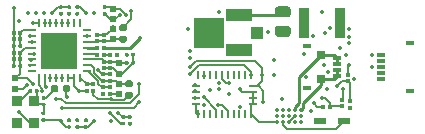
<source format=gbr>
G04 #@! TF.GenerationSoftware,KiCad,Pcbnew,(5.1.12)-1*
G04 #@! TF.CreationDate,2024-03-07T16:38:44+08:00*
G04 #@! TF.ProjectId,CM2_MesoScope,434d325f-4d65-4736-9f53-636f70652e6b,rev?*
G04 #@! TF.SameCoordinates,Original*
G04 #@! TF.FileFunction,Copper,L1,Top*
G04 #@! TF.FilePolarity,Positive*
%FSLAX46Y46*%
G04 Gerber Fmt 4.6, Leading zero omitted, Abs format (unit mm)*
G04 Created by KiCad (PCBNEW (5.1.12)-1) date 2024-03-07 16:38:44*
%MOMM*%
%LPD*%
G01*
G04 APERTURE LIST*
G04 #@! TA.AperFunction,SMDPad,CuDef*
%ADD10R,0.800000X0.400000*%
G04 #@! TD*
G04 #@! TA.AperFunction,SMDPad,CuDef*
%ADD11R,0.800000X0.300000*%
G04 #@! TD*
G04 #@! TA.AperFunction,SMDPad,CuDef*
%ADD12R,0.340000X0.310000*%
G04 #@! TD*
G04 #@! TA.AperFunction,SMDPad,CuDef*
%ADD13R,0.310000X0.340000*%
G04 #@! TD*
G04 #@! TA.AperFunction,SMDPad,CuDef*
%ADD14R,0.630000X0.580000*%
G04 #@! TD*
G04 #@! TA.AperFunction,SMDPad,CuDef*
%ADD15R,0.750000X0.750000*%
G04 #@! TD*
G04 #@! TA.AperFunction,SMDPad,CuDef*
%ADD16C,0.350000*%
G04 #@! TD*
G04 #@! TA.AperFunction,SMDPad,CuDef*
%ADD17R,2.500000X2.500000*%
G04 #@! TD*
G04 #@! TA.AperFunction,SMDPad,CuDef*
%ADD18R,0.260000X0.680000*%
G04 #@! TD*
G04 #@! TA.AperFunction,SMDPad,CuDef*
%ADD19R,0.680000X0.260000*%
G04 #@! TD*
G04 #@! TA.AperFunction,SMDPad,CuDef*
%ADD20R,3.100000X3.100000*%
G04 #@! TD*
G04 #@! TA.AperFunction,SMDPad,CuDef*
%ADD21R,2.200000X1.050000*%
G04 #@! TD*
G04 #@! TA.AperFunction,SMDPad,CuDef*
%ADD22R,1.050000X1.000000*%
G04 #@! TD*
G04 #@! TA.AperFunction,SMDPad,CuDef*
%ADD23R,1.060000X0.540000*%
G04 #@! TD*
G04 #@! TA.AperFunction,SMDPad,CuDef*
%ADD24R,0.830000X0.880000*%
G04 #@! TD*
G04 #@! TA.AperFunction,SMDPad,CuDef*
%ADD25R,0.675000X0.254000*%
G04 #@! TD*
G04 #@! TA.AperFunction,SMDPad,CuDef*
%ADD26R,0.254000X0.675000*%
G04 #@! TD*
G04 #@! TA.AperFunction,SMDPad,CuDef*
%ADD27R,0.870000X2.620000*%
G04 #@! TD*
G04 #@! TA.AperFunction,ViaPad*
%ADD28C,0.350000*%
G04 #@! TD*
G04 #@! TA.AperFunction,Conductor*
%ADD29C,0.152400*%
G04 #@! TD*
G04 #@! TA.AperFunction,Conductor*
%ADD30C,0.254000*%
G04 #@! TD*
G04 #@! TA.AperFunction,Conductor*
%ADD31C,0.101600*%
G04 #@! TD*
G04 APERTURE END LIST*
D10*
X131505500Y-111065080D03*
D11*
X129005500Y-114101080D03*
X129005500Y-112601080D03*
X129005500Y-113101080D03*
X129005500Y-113601080D03*
D10*
X131505500Y-115101080D03*
D11*
X129005500Y-112093080D03*
D10*
X122809800Y-111339460D03*
D11*
X125309800Y-112839460D03*
X125309800Y-113339460D03*
X125309800Y-113839460D03*
X125309800Y-112339460D03*
D10*
X122809800Y-114839460D03*
D12*
X126455340Y-116557240D03*
X126455340Y-116007240D03*
X126290240Y-114294100D03*
X126290240Y-113744100D03*
X125756840Y-115882780D03*
X125756840Y-116432780D03*
D13*
X124721880Y-116437180D03*
X124171880Y-116437180D03*
D14*
X106844040Y-115416620D03*
X106844040Y-114526620D03*
X106818640Y-113648020D03*
X106818640Y-112758020D03*
X106336040Y-110752420D03*
X106336040Y-109862420D03*
X106351240Y-109050620D03*
X106351240Y-108160620D03*
X98096240Y-114943420D03*
X98096240Y-114053420D03*
D15*
X123966140Y-112042980D03*
X123968680Y-114110540D03*
D16*
X120268660Y-116744900D03*
X120768660Y-116744900D03*
X121268660Y-116744900D03*
X121768660Y-116744900D03*
X122268660Y-116744900D03*
X120268660Y-117244900D03*
X120768660Y-117244900D03*
X121268660Y-117244900D03*
X121768660Y-117244900D03*
X122268660Y-117244900D03*
X120268660Y-117744900D03*
X120768660Y-117744900D03*
X121268660Y-117744900D03*
X121768660Y-117744900D03*
X122268660Y-117744900D03*
D17*
X114476860Y-110222640D03*
D18*
X100054640Y-114039420D03*
X100554640Y-114039420D03*
X101054640Y-114039420D03*
X101554640Y-114039420D03*
X102054640Y-114039420D03*
X102554640Y-114039420D03*
X103054640Y-114039420D03*
X103554640Y-114039420D03*
D19*
X104139640Y-113454420D03*
X104139640Y-112954420D03*
X104139640Y-112454420D03*
X104139640Y-111954420D03*
X104139640Y-111454420D03*
X104139640Y-110954420D03*
X104139640Y-110454420D03*
X104139640Y-109954420D03*
D18*
X103554640Y-109369420D03*
X103054640Y-109369420D03*
X102554640Y-109369420D03*
X102054640Y-109369420D03*
X101554640Y-109369420D03*
X101054640Y-109369420D03*
X100554640Y-109369420D03*
X100054640Y-109369420D03*
D19*
X99469640Y-109954420D03*
X99469640Y-110454420D03*
X99469640Y-110954420D03*
X99469640Y-111454420D03*
X99469640Y-111954420D03*
X99469640Y-112454420D03*
X99469640Y-112954420D03*
X99469640Y-113454420D03*
D20*
X101804640Y-111704420D03*
D21*
X117042900Y-108727680D03*
X117042900Y-111677680D03*
D22*
X118542900Y-110202680D03*
D23*
X123883560Y-117623360D03*
X125943560Y-117623360D03*
D24*
X98189040Y-115966420D03*
X98189040Y-117856420D03*
X99629040Y-117856420D03*
X99629040Y-115966420D03*
D25*
X118194360Y-116192640D03*
X118194360Y-115692640D03*
X118194360Y-115192640D03*
D26*
X118056860Y-117105140D03*
X117556860Y-117105140D03*
X117056860Y-117105140D03*
X116556860Y-117105140D03*
X116056860Y-117105140D03*
X115556860Y-117105140D03*
X115056860Y-117105140D03*
X114556860Y-117105140D03*
X114056860Y-117105140D03*
X118056860Y-113780140D03*
X117556860Y-113780140D03*
X117056860Y-113780140D03*
X116556860Y-113780140D03*
X116056860Y-113780140D03*
X115556860Y-113780140D03*
X115056860Y-113780140D03*
X114556860Y-113780140D03*
X114056860Y-113780140D03*
D25*
X113419360Y-116192640D03*
X113419360Y-115692640D03*
X113419360Y-115192640D03*
D26*
X113556860Y-113780140D03*
D25*
X113419360Y-114692640D03*
D26*
X113556860Y-117105140D03*
D25*
X118194360Y-114692640D03*
D12*
X105523240Y-115348220D03*
X105523240Y-114798220D03*
X104126240Y-114569620D03*
X104126240Y-115119620D03*
X104685040Y-115119620D03*
X104685040Y-114569620D03*
D13*
X106651640Y-112060020D03*
X106101640Y-112060020D03*
D12*
X106107440Y-114798220D03*
X106107440Y-115348220D03*
D13*
X105559440Y-112060020D03*
X105009440Y-112060020D03*
X105559440Y-111475820D03*
X105009440Y-111475820D03*
G04 #@! TA.AperFunction,SMDPad,CuDef*
G36*
G01*
X121154360Y-108897640D02*
X120299360Y-108897640D01*
G75*
G02*
X120066860Y-108665140I0J232500D01*
G01*
X120066860Y-108200140D01*
G75*
G02*
X120299360Y-107967640I232500J0D01*
G01*
X121154360Y-107967640D01*
G75*
G02*
X121386860Y-108200140I0J-232500D01*
G01*
X121386860Y-108665140D01*
G75*
G02*
X121154360Y-108897640I-232500J0D01*
G01*
G37*
G04 #@! TD.AperFunction*
G04 #@! TA.AperFunction,SMDPad,CuDef*
G36*
G01*
X121154360Y-110537640D02*
X120299360Y-110537640D01*
G75*
G02*
X120066860Y-110305140I0J232500D01*
G01*
X120066860Y-109840140D01*
G75*
G02*
X120299360Y-109607640I232500J0D01*
G01*
X121154360Y-109607640D01*
G75*
G02*
X121386860Y-109840140I0J-232500D01*
G01*
X121386860Y-110305140D01*
G75*
G02*
X121154360Y-110537640I-232500J0D01*
G01*
G37*
G04 #@! TD.AperFunction*
G04 #@! TA.AperFunction,SMDPad,CuDef*
G36*
G01*
X100376140Y-115557620D02*
X100561140Y-115557620D01*
G75*
G02*
X100638640Y-115635120I0J-77500D01*
G01*
X100638640Y-115790120D01*
G75*
G02*
X100561140Y-115867620I-77500J0D01*
G01*
X100376140Y-115867620D01*
G75*
G02*
X100298640Y-115790120I0J77500D01*
G01*
X100298640Y-115635120D01*
G75*
G02*
X100376140Y-115557620I77500J0D01*
G01*
G37*
G04 #@! TD.AperFunction*
G04 #@! TA.AperFunction,SMDPad,CuDef*
G36*
G01*
X100376140Y-116107620D02*
X100561140Y-116107620D01*
G75*
G02*
X100638640Y-116185120I0J-77500D01*
G01*
X100638640Y-116340120D01*
G75*
G02*
X100561140Y-116417620I-77500J0D01*
G01*
X100376140Y-116417620D01*
G75*
G02*
X100298640Y-116340120I0J77500D01*
G01*
X100298640Y-116185120D01*
G75*
G02*
X100376140Y-116107620I77500J0D01*
G01*
G37*
G04 #@! TD.AperFunction*
G04 #@! TA.AperFunction,SMDPad,CuDef*
G36*
G01*
X102696440Y-114748320D02*
X102696440Y-115093320D01*
G75*
G02*
X102548940Y-115240820I-147500J0D01*
G01*
X102253940Y-115240820D01*
G75*
G02*
X102106440Y-115093320I0J147500D01*
G01*
X102106440Y-114748320D01*
G75*
G02*
X102253940Y-114600820I147500J0D01*
G01*
X102548940Y-114600820D01*
G75*
G02*
X102696440Y-114748320I0J-147500D01*
G01*
G37*
G04 #@! TD.AperFunction*
G04 #@! TA.AperFunction,SMDPad,CuDef*
G36*
G01*
X101726440Y-114748320D02*
X101726440Y-115093320D01*
G75*
G02*
X101578940Y-115240820I-147500J0D01*
G01*
X101283940Y-115240820D01*
G75*
G02*
X101136440Y-115093320I0J147500D01*
G01*
X101136440Y-114748320D01*
G75*
G02*
X101283940Y-114600820I147500J0D01*
G01*
X101578940Y-114600820D01*
G75*
G02*
X101726440Y-114748320I0J-147500D01*
G01*
G37*
G04 #@! TD.AperFunction*
G04 #@! TA.AperFunction,SMDPad,CuDef*
G36*
G01*
X107307340Y-118032620D02*
X107122340Y-118032620D01*
G75*
G02*
X107044840Y-117955120I0J77500D01*
G01*
X107044840Y-117800120D01*
G75*
G02*
X107122340Y-117722620I77500J0D01*
G01*
X107307340Y-117722620D01*
G75*
G02*
X107384840Y-117800120I0J-77500D01*
G01*
X107384840Y-117955120D01*
G75*
G02*
X107307340Y-118032620I-77500J0D01*
G01*
G37*
G04 #@! TD.AperFunction*
G04 #@! TA.AperFunction,SMDPad,CuDef*
G36*
G01*
X107307340Y-117482620D02*
X107122340Y-117482620D01*
G75*
G02*
X107044840Y-117405120I0J77500D01*
G01*
X107044840Y-117250120D01*
G75*
G02*
X107122340Y-117172620I77500J0D01*
G01*
X107307340Y-117172620D01*
G75*
G02*
X107384840Y-117250120I0J-77500D01*
G01*
X107384840Y-117405120D01*
G75*
G02*
X107307340Y-117482620I-77500J0D01*
G01*
G37*
G04 #@! TD.AperFunction*
G04 #@! TA.AperFunction,SMDPad,CuDef*
G36*
G01*
X107686320Y-117172620D02*
X107871320Y-117172620D01*
G75*
G02*
X107948820Y-117250120I0J-77500D01*
G01*
X107948820Y-117405120D01*
G75*
G02*
X107871320Y-117482620I-77500J0D01*
G01*
X107686320Y-117482620D01*
G75*
G02*
X107608820Y-117405120I0J77500D01*
G01*
X107608820Y-117250120D01*
G75*
G02*
X107686320Y-117172620I77500J0D01*
G01*
G37*
G04 #@! TD.AperFunction*
G04 #@! TA.AperFunction,SMDPad,CuDef*
G36*
G01*
X107686320Y-117722620D02*
X107871320Y-117722620D01*
G75*
G02*
X107948820Y-117800120I0J-77500D01*
G01*
X107948820Y-117955120D01*
G75*
G02*
X107871320Y-118032620I-77500J0D01*
G01*
X107686320Y-118032620D01*
G75*
G02*
X107608820Y-117955120I0J77500D01*
G01*
X107608820Y-117800120D01*
G75*
G02*
X107686320Y-117722620I77500J0D01*
G01*
G37*
G04 #@! TD.AperFunction*
G04 #@! TA.AperFunction,SMDPad,CuDef*
G36*
G01*
X98656640Y-112907320D02*
X98656640Y-113092320D01*
G75*
G02*
X98579140Y-113169820I-77500J0D01*
G01*
X98424140Y-113169820D01*
G75*
G02*
X98346640Y-113092320I0J77500D01*
G01*
X98346640Y-112907320D01*
G75*
G02*
X98424140Y-112829820I77500J0D01*
G01*
X98579140Y-112829820D01*
G75*
G02*
X98656640Y-112907320I0J-77500D01*
G01*
G37*
G04 #@! TD.AperFunction*
G04 #@! TA.AperFunction,SMDPad,CuDef*
G36*
G01*
X98106640Y-112907320D02*
X98106640Y-113092320D01*
G75*
G02*
X98029140Y-113169820I-77500J0D01*
G01*
X97874140Y-113169820D01*
G75*
G02*
X97796640Y-113092320I0J77500D01*
G01*
X97796640Y-112907320D01*
G75*
G02*
X97874140Y-112829820I77500J0D01*
G01*
X98029140Y-112829820D01*
G75*
G02*
X98106640Y-112907320I0J-77500D01*
G01*
G37*
G04 #@! TD.AperFunction*
G04 #@! TA.AperFunction,SMDPad,CuDef*
G36*
G01*
X100050240Y-115015520D02*
X100050240Y-115200520D01*
G75*
G02*
X99972740Y-115278020I-77500J0D01*
G01*
X99817740Y-115278020D01*
G75*
G02*
X99740240Y-115200520I0J77500D01*
G01*
X99740240Y-115015520D01*
G75*
G02*
X99817740Y-114938020I77500J0D01*
G01*
X99972740Y-114938020D01*
G75*
G02*
X100050240Y-115015520I0J-77500D01*
G01*
G37*
G04 #@! TD.AperFunction*
G04 #@! TA.AperFunction,SMDPad,CuDef*
G36*
G01*
X99500240Y-115015520D02*
X99500240Y-115200520D01*
G75*
G02*
X99422740Y-115278020I-77500J0D01*
G01*
X99267740Y-115278020D01*
G75*
G02*
X99190240Y-115200520I0J77500D01*
G01*
X99190240Y-115015520D01*
G75*
G02*
X99267740Y-114938020I77500J0D01*
G01*
X99422740Y-114938020D01*
G75*
G02*
X99500240Y-115015520I0J-77500D01*
G01*
G37*
G04 #@! TD.AperFunction*
G04 #@! TA.AperFunction,SMDPad,CuDef*
G36*
G01*
X100365940Y-116862420D02*
X100550940Y-116862420D01*
G75*
G02*
X100628440Y-116939920I0J-77500D01*
G01*
X100628440Y-117094920D01*
G75*
G02*
X100550940Y-117172420I-77500J0D01*
G01*
X100365940Y-117172420D01*
G75*
G02*
X100288440Y-117094920I0J77500D01*
G01*
X100288440Y-116939920D01*
G75*
G02*
X100365940Y-116862420I77500J0D01*
G01*
G37*
G04 #@! TD.AperFunction*
G04 #@! TA.AperFunction,SMDPad,CuDef*
G36*
G01*
X100365940Y-117412420D02*
X100550940Y-117412420D01*
G75*
G02*
X100628440Y-117489920I0J-77500D01*
G01*
X100628440Y-117644920D01*
G75*
G02*
X100550940Y-117722420I-77500J0D01*
G01*
X100365940Y-117722420D01*
G75*
G02*
X100288440Y-117644920I0J77500D01*
G01*
X100288440Y-117489920D01*
G75*
G02*
X100365940Y-117412420I77500J0D01*
G01*
G37*
G04 #@! TD.AperFunction*
G04 #@! TA.AperFunction,SMDPad,CuDef*
G36*
G01*
X103246340Y-117462620D02*
X103431340Y-117462620D01*
G75*
G02*
X103508840Y-117540120I0J-77500D01*
G01*
X103508840Y-117695120D01*
G75*
G02*
X103431340Y-117772620I-77500J0D01*
G01*
X103246340Y-117772620D01*
G75*
G02*
X103168840Y-117695120I0J77500D01*
G01*
X103168840Y-117540120D01*
G75*
G02*
X103246340Y-117462620I77500J0D01*
G01*
G37*
G04 #@! TD.AperFunction*
G04 #@! TA.AperFunction,SMDPad,CuDef*
G36*
G01*
X103246340Y-118012620D02*
X103431340Y-118012620D01*
G75*
G02*
X103508840Y-118090120I0J-77500D01*
G01*
X103508840Y-118245120D01*
G75*
G02*
X103431340Y-118322620I-77500J0D01*
G01*
X103246340Y-118322620D01*
G75*
G02*
X103168840Y-118245120I0J77500D01*
G01*
X103168840Y-118090120D01*
G75*
G02*
X103246340Y-118012620I77500J0D01*
G01*
G37*
G04 #@! TD.AperFunction*
G04 #@! TA.AperFunction,SMDPad,CuDef*
G36*
G01*
X103957540Y-117462620D02*
X104142540Y-117462620D01*
G75*
G02*
X104220040Y-117540120I0J-77500D01*
G01*
X104220040Y-117695120D01*
G75*
G02*
X104142540Y-117772620I-77500J0D01*
G01*
X103957540Y-117772620D01*
G75*
G02*
X103880040Y-117695120I0J77500D01*
G01*
X103880040Y-117540120D01*
G75*
G02*
X103957540Y-117462620I77500J0D01*
G01*
G37*
G04 #@! TD.AperFunction*
G04 #@! TA.AperFunction,SMDPad,CuDef*
G36*
G01*
X103957540Y-118012620D02*
X104142540Y-118012620D01*
G75*
G02*
X104220040Y-118090120I0J-77500D01*
G01*
X104220040Y-118245120D01*
G75*
G02*
X104142540Y-118322620I-77500J0D01*
G01*
X103957540Y-118322620D01*
G75*
G02*
X103880040Y-118245120I0J77500D01*
G01*
X103880040Y-118090120D01*
G75*
G02*
X103957540Y-118012620I77500J0D01*
G01*
G37*
G04 #@! TD.AperFunction*
G04 #@! TA.AperFunction,SMDPad,CuDef*
G36*
G01*
X103421140Y-108730820D02*
X103236140Y-108730820D01*
G75*
G02*
X103158640Y-108653320I0J77500D01*
G01*
X103158640Y-108498320D01*
G75*
G02*
X103236140Y-108420820I77500J0D01*
G01*
X103421140Y-108420820D01*
G75*
G02*
X103498640Y-108498320I0J-77500D01*
G01*
X103498640Y-108653320D01*
G75*
G02*
X103421140Y-108730820I-77500J0D01*
G01*
G37*
G04 #@! TD.AperFunction*
G04 #@! TA.AperFunction,SMDPad,CuDef*
G36*
G01*
X103421140Y-108180820D02*
X103236140Y-108180820D01*
G75*
G02*
X103158640Y-108103320I0J77500D01*
G01*
X103158640Y-107948320D01*
G75*
G02*
X103236140Y-107870820I77500J0D01*
G01*
X103421140Y-107870820D01*
G75*
G02*
X103498640Y-107948320I0J-77500D01*
G01*
X103498640Y-108103320D01*
G75*
G02*
X103421140Y-108180820I-77500J0D01*
G01*
G37*
G04 #@! TD.AperFunction*
G04 #@! TA.AperFunction,SMDPad,CuDef*
G36*
G01*
X105547540Y-107870820D02*
X105732540Y-107870820D01*
G75*
G02*
X105810040Y-107948320I0J-77500D01*
G01*
X105810040Y-108103320D01*
G75*
G02*
X105732540Y-108180820I-77500J0D01*
G01*
X105547540Y-108180820D01*
G75*
G02*
X105470040Y-108103320I0J77500D01*
G01*
X105470040Y-107948320D01*
G75*
G02*
X105547540Y-107870820I77500J0D01*
G01*
G37*
G04 #@! TD.AperFunction*
G04 #@! TA.AperFunction,SMDPad,CuDef*
G36*
G01*
X105547540Y-108420820D02*
X105732540Y-108420820D01*
G75*
G02*
X105810040Y-108498320I0J-77500D01*
G01*
X105810040Y-108653320D01*
G75*
G02*
X105732540Y-108730820I-77500J0D01*
G01*
X105547540Y-108730820D01*
G75*
G02*
X105470040Y-108653320I0J77500D01*
G01*
X105470040Y-108498320D01*
G75*
G02*
X105547540Y-108420820I77500J0D01*
G01*
G37*
G04 #@! TD.AperFunction*
G04 #@! TA.AperFunction,SMDPad,CuDef*
G36*
G01*
X98656640Y-111225320D02*
X98656640Y-111410320D01*
G75*
G02*
X98579140Y-111487820I-77500J0D01*
G01*
X98424140Y-111487820D01*
G75*
G02*
X98346640Y-111410320I0J77500D01*
G01*
X98346640Y-111225320D01*
G75*
G02*
X98424140Y-111147820I77500J0D01*
G01*
X98579140Y-111147820D01*
G75*
G02*
X98656640Y-111225320I0J-77500D01*
G01*
G37*
G04 #@! TD.AperFunction*
G04 #@! TA.AperFunction,SMDPad,CuDef*
G36*
G01*
X98106640Y-111225320D02*
X98106640Y-111410320D01*
G75*
G02*
X98029140Y-111487820I-77500J0D01*
G01*
X97874140Y-111487820D01*
G75*
G02*
X97796640Y-111410320I0J77500D01*
G01*
X97796640Y-111225320D01*
G75*
G02*
X97874140Y-111147820I77500J0D01*
G01*
X98029140Y-111147820D01*
G75*
G02*
X98106640Y-111225320I0J-77500D01*
G01*
G37*
G04 #@! TD.AperFunction*
G04 #@! TA.AperFunction,SMDPad,CuDef*
G36*
G01*
X102535140Y-117462620D02*
X102720140Y-117462620D01*
G75*
G02*
X102797640Y-117540120I0J-77500D01*
G01*
X102797640Y-117695120D01*
G75*
G02*
X102720140Y-117772620I-77500J0D01*
G01*
X102535140Y-117772620D01*
G75*
G02*
X102457640Y-117695120I0J77500D01*
G01*
X102457640Y-117540120D01*
G75*
G02*
X102535140Y-117462620I77500J0D01*
G01*
G37*
G04 #@! TD.AperFunction*
G04 #@! TA.AperFunction,SMDPad,CuDef*
G36*
G01*
X102535140Y-118012620D02*
X102720140Y-118012620D01*
G75*
G02*
X102797640Y-118090120I0J-77500D01*
G01*
X102797640Y-118245120D01*
G75*
G02*
X102720140Y-118322620I-77500J0D01*
G01*
X102535140Y-118322620D01*
G75*
G02*
X102457640Y-118245120I0J77500D01*
G01*
X102457640Y-118090120D01*
G75*
G02*
X102535140Y-118012620I77500J0D01*
G01*
G37*
G04 #@! TD.AperFunction*
G04 #@! TA.AperFunction,SMDPad,CuDef*
G36*
G01*
X102735340Y-108730820D02*
X102550340Y-108730820D01*
G75*
G02*
X102472840Y-108653320I0J77500D01*
G01*
X102472840Y-108498320D01*
G75*
G02*
X102550340Y-108420820I77500J0D01*
G01*
X102735340Y-108420820D01*
G75*
G02*
X102812840Y-108498320I0J-77500D01*
G01*
X102812840Y-108653320D01*
G75*
G02*
X102735340Y-108730820I-77500J0D01*
G01*
G37*
G04 #@! TD.AperFunction*
G04 #@! TA.AperFunction,SMDPad,CuDef*
G36*
G01*
X102735340Y-108180820D02*
X102550340Y-108180820D01*
G75*
G02*
X102472840Y-108103320I0J77500D01*
G01*
X102472840Y-107948320D01*
G75*
G02*
X102550340Y-107870820I77500J0D01*
G01*
X102735340Y-107870820D01*
G75*
G02*
X102812840Y-107948320I0J-77500D01*
G01*
X102812840Y-108103320D01*
G75*
G02*
X102735340Y-108180820I-77500J0D01*
G01*
G37*
G04 #@! TD.AperFunction*
G04 #@! TA.AperFunction,SMDPad,CuDef*
G36*
G01*
X107343640Y-112127120D02*
X107343640Y-111942120D01*
G75*
G02*
X107421140Y-111864620I77500J0D01*
G01*
X107576140Y-111864620D01*
G75*
G02*
X107653640Y-111942120I0J-77500D01*
G01*
X107653640Y-112127120D01*
G75*
G02*
X107576140Y-112204620I-77500J0D01*
G01*
X107421140Y-112204620D01*
G75*
G02*
X107343640Y-112127120I0J77500D01*
G01*
G37*
G04 #@! TD.AperFunction*
G04 #@! TA.AperFunction,SMDPad,CuDef*
G36*
G01*
X107893640Y-112127120D02*
X107893640Y-111942120D01*
G75*
G02*
X107971140Y-111864620I77500J0D01*
G01*
X108126140Y-111864620D01*
G75*
G02*
X108203640Y-111942120I0J-77500D01*
G01*
X108203640Y-112127120D01*
G75*
G02*
X108126140Y-112204620I-77500J0D01*
G01*
X107971140Y-112204620D01*
G75*
G02*
X107893640Y-112127120I0J77500D01*
G01*
G37*
G04 #@! TD.AperFunction*
G04 #@! TA.AperFunction,SMDPad,CuDef*
G36*
G01*
X107343640Y-112838320D02*
X107343640Y-112653320D01*
G75*
G02*
X107421140Y-112575820I77500J0D01*
G01*
X107576140Y-112575820D01*
G75*
G02*
X107653640Y-112653320I0J-77500D01*
G01*
X107653640Y-112838320D01*
G75*
G02*
X107576140Y-112915820I-77500J0D01*
G01*
X107421140Y-112915820D01*
G75*
G02*
X107343640Y-112838320I0J77500D01*
G01*
G37*
G04 #@! TD.AperFunction*
G04 #@! TA.AperFunction,SMDPad,CuDef*
G36*
G01*
X107893640Y-112838320D02*
X107893640Y-112653320D01*
G75*
G02*
X107971140Y-112575820I77500J0D01*
G01*
X108126140Y-112575820D01*
G75*
G02*
X108203640Y-112653320I0J-77500D01*
G01*
X108203640Y-112838320D01*
G75*
G02*
X108126140Y-112915820I-77500J0D01*
G01*
X107971140Y-112915820D01*
G75*
G02*
X107893640Y-112838320I0J77500D01*
G01*
G37*
G04 #@! TD.AperFunction*
G04 #@! TA.AperFunction,SMDPad,CuDef*
G36*
G01*
X102024140Y-108730820D02*
X101839140Y-108730820D01*
G75*
G02*
X101761640Y-108653320I0J77500D01*
G01*
X101761640Y-108498320D01*
G75*
G02*
X101839140Y-108420820I77500J0D01*
G01*
X102024140Y-108420820D01*
G75*
G02*
X102101640Y-108498320I0J-77500D01*
G01*
X102101640Y-108653320D01*
G75*
G02*
X102024140Y-108730820I-77500J0D01*
G01*
G37*
G04 #@! TD.AperFunction*
G04 #@! TA.AperFunction,SMDPad,CuDef*
G36*
G01*
X102024140Y-108180820D02*
X101839140Y-108180820D01*
G75*
G02*
X101761640Y-108103320I0J77500D01*
G01*
X101761640Y-107948320D01*
G75*
G02*
X101839140Y-107870820I77500J0D01*
G01*
X102024140Y-107870820D01*
G75*
G02*
X102101640Y-107948320I0J-77500D01*
G01*
X102101640Y-108103320D01*
G75*
G02*
X102024140Y-108180820I-77500J0D01*
G01*
G37*
G04 #@! TD.AperFunction*
D27*
X125561260Y-109327720D03*
X122511260Y-109327720D03*
D12*
X106132840Y-112639220D03*
X106132840Y-113189220D03*
X105574040Y-113189220D03*
X105574040Y-112639220D03*
D13*
X98498240Y-110739220D03*
X97948240Y-110739220D03*
X97952640Y-110180420D03*
X98502640Y-110180420D03*
D12*
X106112440Y-113724820D03*
X106112440Y-114274820D03*
X105538440Y-114265420D03*
X105538440Y-113715420D03*
X105596640Y-110902820D03*
X105596640Y-110352820D03*
X105015240Y-110353220D03*
X105015240Y-110903220D03*
D13*
X98501640Y-112441020D03*
X97951640Y-112441020D03*
X97951640Y-111882220D03*
X98501640Y-111882220D03*
G04 #@! TA.AperFunction,SMDPad,CuDef*
G36*
G01*
X107535140Y-114217020D02*
X107880140Y-114217020D01*
G75*
G02*
X108027640Y-114364520I0J-147500D01*
G01*
X108027640Y-114659520D01*
G75*
G02*
X107880140Y-114807020I-147500J0D01*
G01*
X107535140Y-114807020D01*
G75*
G02*
X107387640Y-114659520I0J147500D01*
G01*
X107387640Y-114364520D01*
G75*
G02*
X107535140Y-114217020I147500J0D01*
G01*
G37*
G04 #@! TD.AperFunction*
G04 #@! TA.AperFunction,SMDPad,CuDef*
G36*
G01*
X107535140Y-115187020D02*
X107880140Y-115187020D01*
G75*
G02*
X108027640Y-115334520I0J-147500D01*
G01*
X108027640Y-115629520D01*
G75*
G02*
X107880140Y-115777020I-147500J0D01*
G01*
X107535140Y-115777020D01*
G75*
G02*
X107387640Y-115629520I0J147500D01*
G01*
X107387640Y-115334520D01*
G75*
G02*
X107535140Y-115187020I147500J0D01*
G01*
G37*
G04 #@! TD.AperFunction*
G04 #@! TA.AperFunction,SMDPad,CuDef*
G36*
G01*
X107361940Y-110066620D02*
X107016940Y-110066620D01*
G75*
G02*
X106869440Y-109919120I0J147500D01*
G01*
X106869440Y-109624120D01*
G75*
G02*
X107016940Y-109476620I147500J0D01*
G01*
X107361940Y-109476620D01*
G75*
G02*
X107509440Y-109624120I0J-147500D01*
G01*
X107509440Y-109919120D01*
G75*
G02*
X107361940Y-110066620I-147500J0D01*
G01*
G37*
G04 #@! TD.AperFunction*
G04 #@! TA.AperFunction,SMDPad,CuDef*
G36*
G01*
X107361940Y-111036620D02*
X107016940Y-111036620D01*
G75*
G02*
X106869440Y-110889120I0J147500D01*
G01*
X106869440Y-110594120D01*
G75*
G02*
X107016940Y-110446620I147500J0D01*
G01*
X107361940Y-110446620D01*
G75*
G02*
X107509440Y-110594120I0J-147500D01*
G01*
X107509440Y-110889120D01*
G75*
G02*
X107361940Y-111036620I-147500J0D01*
G01*
G37*
G04 #@! TD.AperFunction*
D28*
X126061640Y-112032820D03*
X125855900Y-114971600D03*
X126450260Y-116566720D03*
X121766500Y-117747820D03*
X120692080Y-115825040D03*
X116417260Y-111728020D03*
X117458660Y-108916240D03*
X117882840Y-111735640D03*
X113326080Y-114656640D03*
X103084840Y-111517220D03*
X101992640Y-113015820D03*
X100544840Y-112965020D03*
X101713240Y-111720420D03*
X116211660Y-115412000D03*
X116211660Y-114421400D03*
X106148040Y-117673420D03*
X101220440Y-108504020D03*
X104725640Y-108504020D03*
X104039840Y-108504020D03*
X99086840Y-114625420D03*
X98274040Y-117851220D03*
X101916400Y-117664000D03*
X103476640Y-115158820D03*
X106818640Y-113648020D03*
X105078450Y-113355420D03*
X106376640Y-109697820D03*
X107776040Y-117876620D03*
X106844028Y-115416608D03*
X106656640Y-112057820D03*
X104736640Y-117672820D03*
X106920240Y-108672420D03*
X103135640Y-110374220D03*
X97954840Y-108088220D03*
X102424440Y-115632020D03*
X117075360Y-114954800D03*
X114485860Y-109307960D03*
X114581860Y-115052640D03*
X113556860Y-117105140D03*
X113435300Y-111199020D03*
X123092382Y-116835960D03*
X124486840Y-114956360D03*
X122558280Y-112020820D03*
X124082980Y-108428560D03*
X125756840Y-115882780D03*
X115331660Y-114454800D03*
X115331660Y-114954800D03*
X115352260Y-108417960D03*
X122652200Y-108417640D03*
X122315140Y-110082100D03*
X106794040Y-116952820D03*
X98401640Y-116937820D03*
X120735260Y-110084640D03*
X119952940Y-112484940D03*
X114055060Y-113818440D03*
X113321000Y-115151940D03*
X117091660Y-116448580D03*
X121768660Y-117244900D03*
X114051040Y-116321820D03*
X123333680Y-116150160D03*
X126297860Y-112898960D03*
X122716460Y-113973380D03*
X123300660Y-110478340D03*
X114034740Y-115670100D03*
X101931640Y-108580220D03*
X99569440Y-114549220D03*
X107498640Y-112745820D03*
X106198840Y-115819220D03*
X107911640Y-108342224D03*
X112878360Y-112314080D03*
X108622000Y-110605360D03*
X118548320Y-110125280D03*
X101054634Y-114039414D03*
X100712440Y-114752424D03*
X100356840Y-115082618D03*
X118068260Y-113782880D03*
X102054640Y-114039406D03*
X102043400Y-116546400D03*
X108573740Y-116063800D03*
X112855938Y-113696520D03*
X122268660Y-117744900D03*
X122269420Y-117244900D03*
X118947100Y-113790500D03*
X101554640Y-114039438D03*
X101561640Y-115784420D03*
X108586440Y-114542340D03*
X112838400Y-113119940D03*
X119074100Y-116020620D03*
X102554640Y-109369422D03*
X102054640Y-109369426D03*
X101554640Y-109369422D03*
X101054640Y-109369422D03*
X100554640Y-109369406D03*
X99546840Y-109367620D03*
X98401640Y-109237820D03*
X99315440Y-110459820D03*
X99136640Y-108502820D03*
X99469642Y-110954420D03*
X99836640Y-108502820D03*
X99696440Y-111958420D03*
X100536640Y-108502820D03*
X99442440Y-112466420D03*
X104050040Y-117613220D03*
X99848840Y-116200220D03*
X103328640Y-108580220D03*
X102642840Y-108580220D03*
X98496640Y-111323420D03*
X105513040Y-115336620D03*
X102627640Y-117613220D03*
X103338840Y-117613220D03*
X107504440Y-112050620D03*
X107447038Y-108650991D03*
X106108240Y-116952820D03*
X112874640Y-111749020D03*
X113315920Y-115698040D03*
X115241240Y-116307640D03*
X125731440Y-109033080D03*
X119495740Y-110165920D03*
X124573200Y-113488240D03*
X126795700Y-114113080D03*
X119970720Y-113798120D03*
X120770820Y-117745280D03*
X120267900Y-117244900D03*
X123577520Y-117608120D03*
X125355520Y-114684580D03*
X124044320Y-115734160D03*
X124253160Y-112888800D03*
X104143980Y-110445320D03*
X124753540Y-109782380D03*
X112734260Y-109899220D03*
X124263320Y-110178620D03*
X128263820Y-113102160D03*
X126338360Y-109833320D03*
X128294300Y-112093780D03*
X126348660Y-110518980D03*
X126341040Y-111034600D03*
X125596820Y-111507040D03*
D29*
X101698640Y-108025820D02*
X101220440Y-108504020D01*
X102642840Y-108025820D02*
X101698640Y-108025820D01*
X103561640Y-108025820D02*
X104039840Y-108504020D01*
X103328640Y-108025820D02*
X103561640Y-108025820D01*
X98096240Y-114943420D02*
X98768840Y-114943420D01*
X98768840Y-114943420D02*
X99086840Y-114625420D01*
X98189040Y-117856420D02*
X98268840Y-117856420D01*
X98268840Y-117856420D02*
X98274040Y-117851220D01*
X102554640Y-114039420D02*
X103054640Y-114039420D01*
X103054640Y-114039420D02*
X103054640Y-114697020D01*
X103054640Y-114736820D02*
X103476640Y-115158820D01*
X105574040Y-113189220D02*
X106132840Y-113189220D01*
X106132840Y-113189220D02*
X106359840Y-113189220D01*
X106359840Y-113189220D02*
X106818640Y-113648020D01*
X105547840Y-113724820D02*
X105538440Y-113715420D01*
X106112440Y-113724820D02*
X105547840Y-113724820D01*
X105538440Y-113715420D02*
X105438450Y-113715420D01*
X105438450Y-113715420D02*
X105078450Y-113355420D01*
X108048640Y-112745820D02*
X108048640Y-112034620D01*
X104087040Y-115158820D02*
X104126240Y-115119620D01*
X103476640Y-115158820D02*
X104087040Y-115158820D01*
X105583440Y-110353220D02*
X105599440Y-110337220D01*
X105015240Y-110353220D02*
X105583440Y-110353220D01*
X105861240Y-110337220D02*
X106336040Y-109862420D01*
X105599440Y-110337220D02*
X105861240Y-110337220D01*
X106336040Y-109862420D02*
X106336040Y-109738420D01*
X106336040Y-109738420D02*
X106376640Y-109697820D01*
X106114840Y-109050620D02*
X105640040Y-108575820D01*
X106351240Y-109050620D02*
X106114840Y-109050620D01*
X107753420Y-117854000D02*
X107776040Y-117876620D01*
X106844040Y-115416620D02*
X106844028Y-115416608D01*
X106775640Y-115348220D02*
X106844028Y-115416608D01*
X106107440Y-115348220D02*
X106775640Y-115348220D01*
X106651640Y-112060020D02*
X106656040Y-112060020D01*
X106656040Y-112060020D02*
X106681440Y-112085420D01*
X107146440Y-113648020D02*
X106818640Y-113648020D01*
X108048640Y-112745820D02*
X107146440Y-113648020D01*
X103338840Y-118167620D02*
X104050040Y-118167620D01*
X104050040Y-118167620D02*
X104241840Y-118167620D01*
X104241840Y-118167620D02*
X104736640Y-117672820D01*
X102627640Y-118167620D02*
X102369240Y-118167620D01*
X102369240Y-118167620D02*
X101906240Y-117704620D01*
X106542040Y-109050620D02*
X106920240Y-108672420D01*
X106351240Y-109050620D02*
X106542040Y-109050620D01*
X103054640Y-114697020D02*
X103054640Y-114736820D01*
X97952640Y-110180420D02*
X97952640Y-108090420D01*
X97952640Y-108090420D02*
X97954840Y-108088220D01*
X102401440Y-115609020D02*
X102424440Y-115632020D01*
X102401440Y-114920820D02*
X102401440Y-115609020D01*
X97952640Y-110734820D02*
X97948240Y-110739220D01*
X97952640Y-110180420D02*
X97952640Y-110734820D01*
X97948240Y-111314420D02*
X97951640Y-111317820D01*
X97948240Y-110739220D02*
X97948240Y-111314420D01*
X97951640Y-111317820D02*
X97951640Y-111882220D01*
X97951640Y-111882220D02*
X97951640Y-112441020D01*
X97951640Y-112441020D02*
X97951640Y-112999820D01*
X101819820Y-117567420D02*
X101916400Y-117664000D01*
X100458440Y-117567420D02*
X101819820Y-117567420D01*
X118056860Y-116330140D02*
X118194360Y-116192640D01*
X118056860Y-117105140D02*
X118056860Y-116330140D01*
X118194360Y-115692640D02*
X118194360Y-116192640D01*
X118194360Y-115192640D02*
X118194360Y-115692640D01*
X117313200Y-115192640D02*
X118194360Y-115192640D01*
X117075360Y-114954800D02*
X117313200Y-115192640D01*
X115913578Y-114421400D02*
X116211660Y-114421400D01*
X115556860Y-114064682D02*
X115913578Y-114421400D01*
X115556860Y-113780140D02*
X115556860Y-114064682D01*
X113419360Y-116967640D02*
X113556860Y-117105140D01*
X113419360Y-116192640D02*
X113419360Y-116967640D01*
X113556860Y-117105140D02*
X113556860Y-117105140D01*
D30*
X120431820Y-108727680D02*
X120726860Y-108432640D01*
X117042900Y-108727680D02*
X120431820Y-108727680D01*
D29*
X118696620Y-117744900D02*
X118056860Y-117105140D01*
X120268660Y-117744900D02*
X118696620Y-117744900D01*
X125855900Y-115783720D02*
X125756840Y-115882780D01*
X125855900Y-114971600D02*
X125855900Y-115783720D01*
X125756840Y-115882780D02*
X125756840Y-115882780D01*
X107778820Y-117327620D02*
X107214840Y-117327620D01*
X107168840Y-117327620D02*
X106794040Y-116952820D01*
X107214840Y-117327620D02*
X107168840Y-117327620D01*
X99629040Y-117856420D02*
X99320240Y-117856420D01*
X99320240Y-117856420D02*
X98401640Y-116937820D01*
X121768660Y-117244900D02*
X121768660Y-117244900D01*
X121768660Y-117244900D02*
X121268660Y-117744900D01*
X123620700Y-116437180D02*
X123333680Y-116150160D01*
X124171880Y-116437180D02*
X123620700Y-116437180D01*
X126290240Y-113295200D02*
X126290240Y-113295200D01*
X126290240Y-112906580D02*
X126297860Y-112898960D01*
X126290240Y-113744100D02*
X126290240Y-112906580D01*
X115056860Y-117105140D02*
X115101600Y-117105140D01*
X115056860Y-116692220D02*
X115056860Y-117105140D01*
X114034740Y-115670100D02*
X115056860Y-116692220D01*
X98900640Y-111454420D02*
X99469640Y-111454420D01*
X98472840Y-111882220D02*
X98900640Y-111454420D01*
X98472840Y-113676820D02*
X98096240Y-114053420D01*
X98096240Y-114053420D02*
X99073640Y-114053420D01*
X99073640Y-114053420D02*
X99569440Y-114549220D01*
X105389240Y-112454420D02*
X105574040Y-112639220D01*
X104139640Y-112454420D02*
X105389240Y-112454420D01*
X106699840Y-112639220D02*
X106818640Y-112758020D01*
X105574040Y-112639220D02*
X106699840Y-112639220D01*
X106818640Y-112758020D02*
X107486440Y-112758020D01*
X107498640Y-112745820D02*
X107486440Y-112758020D01*
X106264041Y-115884421D02*
X106198840Y-115819220D01*
X107707640Y-115482020D02*
X107305239Y-115884421D01*
X107305239Y-115884421D02*
X106264041Y-115884421D01*
X105077240Y-115819220D02*
X106198840Y-115819220D01*
X104685040Y-115427020D02*
X105077240Y-115819220D01*
X104685040Y-115119620D02*
X104685040Y-115427020D01*
X107911640Y-109049420D02*
X107911640Y-108342224D01*
X107189440Y-109771620D02*
X107911640Y-109049420D01*
X98501640Y-111882220D02*
X98501640Y-112441020D01*
X98501640Y-112999820D02*
X98501640Y-112441020D01*
X98501640Y-113648020D02*
X98472840Y-113676820D01*
X98501640Y-112999820D02*
X98501640Y-113648020D01*
D30*
X107751540Y-111475820D02*
X108622000Y-110605360D01*
X105559440Y-111475820D02*
X107751540Y-111475820D01*
D29*
X106107440Y-114798220D02*
X105523240Y-114798220D01*
X105381040Y-114798220D02*
X105523240Y-114798220D01*
X105081240Y-114295220D02*
X105081240Y-114498420D01*
X105081240Y-114498420D02*
X105381040Y-114798220D01*
X104139640Y-113454420D02*
X104240440Y-113454420D01*
X104240440Y-113454420D02*
X105081240Y-114295220D01*
X106103040Y-114265420D02*
X106112440Y-114274820D01*
X105538440Y-114265420D02*
X106103040Y-114265420D01*
X105410664Y-114265420D02*
X105538440Y-114265420D01*
X104725640Y-113580396D02*
X105410664Y-114265420D01*
X104725640Y-113177620D02*
X104725640Y-113580396D01*
X104139640Y-112954420D02*
X104502440Y-112954420D01*
X104502440Y-112954420D02*
X104725640Y-113177620D01*
X106592240Y-114274820D02*
X106844040Y-114526620D01*
X106112440Y-114274820D02*
X106592240Y-114274820D01*
X107693040Y-114526620D02*
X107707640Y-114512020D01*
X106844040Y-114526620D02*
X107693040Y-114526620D01*
X104964040Y-110954420D02*
X105015240Y-110903220D01*
X104139640Y-110954420D02*
X104964040Y-110954420D01*
X105583440Y-110903220D02*
X105599440Y-110887220D01*
X105015240Y-110903220D02*
X105583440Y-110903220D01*
X106201240Y-110887220D02*
X106336040Y-110752420D01*
X105599440Y-110887220D02*
X106201240Y-110887220D01*
X107178640Y-110752420D02*
X107189440Y-110741620D01*
X106336040Y-110752420D02*
X107178640Y-110752420D01*
X101054640Y-114039420D02*
X101054634Y-114039414D01*
X100554640Y-114039420D02*
X100554640Y-114594624D01*
X100554640Y-114594624D02*
X100712440Y-114752424D01*
X100356840Y-114927620D02*
X100356840Y-115082618D01*
X100054640Y-114039420D02*
X100054640Y-114625420D01*
X100054640Y-114625420D02*
X100356840Y-114927620D01*
X102043400Y-116546400D02*
X107961600Y-116546400D01*
X118056860Y-113780140D02*
X118064021Y-113772979D01*
X107964140Y-116548940D02*
X107961600Y-116546400D01*
X118042860Y-113481598D02*
X117455142Y-112893880D01*
X118042860Y-113767640D02*
X118042860Y-113481598D01*
X113658578Y-112893880D02*
X112855938Y-113696520D01*
X117455142Y-112893880D02*
X113658578Y-112893880D01*
X112855938Y-113696520D02*
X112855938Y-113696520D01*
X108088600Y-116548940D02*
X108573740Y-116063800D01*
X107964140Y-116548940D02*
X108088600Y-116548940D01*
X122268660Y-117744900D02*
X122268660Y-117744900D01*
X102369787Y-116172021D02*
X107797697Y-116172021D01*
X101982186Y-115784420D02*
X102369787Y-116172021D01*
X101561640Y-115784420D02*
X101982186Y-115784420D01*
X118194360Y-114692640D02*
X118478902Y-114692640D01*
X118194360Y-114692640D02*
X118423420Y-114692640D01*
X118340040Y-112545900D02*
X113412440Y-112545900D01*
X113412440Y-112545900D02*
X112838400Y-113119940D01*
X112838400Y-113119940D02*
X112838400Y-113119940D01*
X108586440Y-115383278D02*
X108586440Y-114542340D01*
X107797697Y-116172021D02*
X108586440Y-115383278D01*
X118684260Y-114692640D02*
X119074100Y-115082480D01*
X118194360Y-114692640D02*
X118684260Y-114692640D01*
X119074100Y-115082480D02*
X119074100Y-116020620D01*
X119074100Y-116020620D02*
X119074100Y-116020620D01*
X118947100Y-113152960D02*
X118340040Y-112545900D01*
X118947100Y-113790500D02*
X118947100Y-113152960D01*
X118525020Y-114692640D02*
X118194360Y-114692640D01*
X118947100Y-114270560D02*
X118525020Y-114692640D01*
X118947100Y-113790500D02*
X118947100Y-114270560D01*
X103596040Y-114039420D02*
X104126240Y-114569620D01*
X103554640Y-114039420D02*
X103596040Y-114039420D01*
X104126240Y-114569620D02*
X104685040Y-114569620D01*
X100054640Y-109369420D02*
X99548640Y-109369420D01*
X99548640Y-109369420D02*
X99546840Y-109367620D01*
X99469640Y-110454420D02*
X99320840Y-110454420D01*
X99320840Y-110454420D02*
X99315440Y-110459820D01*
D31*
X99469640Y-110987820D02*
X99298228Y-110987820D01*
X99298228Y-110987820D02*
X99292828Y-110993220D01*
D29*
X99469640Y-110954420D02*
X99469642Y-110954420D01*
X99469640Y-111954420D02*
X99692440Y-111954420D01*
X99692440Y-111954420D02*
X99696440Y-111958420D01*
X99469640Y-112454420D02*
X99454440Y-112454420D01*
X99454440Y-112454420D02*
X99442440Y-112466420D01*
X99327440Y-112987820D02*
X99315440Y-112999820D01*
X99898840Y-115696620D02*
X99629040Y-115966420D01*
X99895240Y-115700220D02*
X99629040Y-115966420D01*
X99895240Y-115108020D02*
X99895240Y-115700220D01*
X105523240Y-115348220D02*
X105523240Y-115346820D01*
X105523240Y-115346820D02*
X105513040Y-115336620D01*
X105661040Y-108046820D02*
X105640040Y-108025820D01*
X106351240Y-108160620D02*
X106237440Y-108046820D01*
X106237440Y-108046820D02*
X105661040Y-108046820D01*
X99911240Y-116262620D02*
X99848840Y-116200220D01*
X100468640Y-116262620D02*
X99911240Y-116262620D01*
X107498640Y-112034620D02*
X107498640Y-112044820D01*
X107498640Y-112044820D02*
X107504440Y-112050620D01*
X98728640Y-109954420D02*
X98502640Y-110180420D01*
X99469640Y-109954420D02*
X98728640Y-109954420D01*
X98502640Y-110734820D02*
X98498240Y-110739220D01*
X98502640Y-110180420D02*
X98502640Y-110734820D01*
X98498240Y-111302420D02*
X98477240Y-111323420D01*
X106351240Y-108160620D02*
X106956667Y-108160620D01*
X106956667Y-108160620D02*
X107447038Y-108650991D01*
X107214840Y-117877620D02*
X107033040Y-117877620D01*
X107033040Y-117877620D02*
X106108240Y-116952820D01*
X98498240Y-111321820D02*
X98496640Y-111323420D01*
X98498240Y-110739220D02*
X98498240Y-111321820D01*
X100468640Y-117007220D02*
X100458440Y-117017420D01*
X100468640Y-116262620D02*
X100468640Y-117007220D01*
X116056860Y-116820598D02*
X116056860Y-117105140D01*
X115543902Y-116307640D02*
X116056860Y-116820598D01*
X115241240Y-116307640D02*
X115543902Y-116307640D01*
D30*
X104988040Y-111454420D02*
X105009440Y-111475820D01*
X104139640Y-111454420D02*
X104988040Y-111454420D01*
D29*
X104903840Y-111954420D02*
X105009440Y-112060020D01*
X104139640Y-111954420D02*
X104903840Y-111954420D01*
X105559440Y-112060020D02*
X106101640Y-112060020D01*
X98486840Y-115966420D02*
X99345240Y-115108020D01*
X98189040Y-115966420D02*
X98486840Y-115966420D01*
X120770820Y-117992767D02*
X121082133Y-118304080D01*
X120770820Y-117745280D02*
X120770820Y-117992767D01*
X125262840Y-118304080D02*
X125943560Y-117623360D01*
X121082133Y-118304080D02*
X125262840Y-118304080D01*
X100639640Y-115712620D02*
X101431440Y-114920820D01*
X100468640Y-115712620D02*
X100639640Y-115712620D01*
D30*
X122089759Y-113953901D02*
X123955980Y-112087680D01*
X122089759Y-116176314D02*
X122089759Y-113953901D01*
X121768660Y-116497413D02*
X122089759Y-116176314D01*
X121768660Y-116744900D02*
X121768660Y-116497413D01*
X125058020Y-112087680D02*
X125309800Y-112339460D01*
X123955980Y-112087680D02*
X125058020Y-112087680D01*
X125309800Y-112839460D02*
X125309800Y-112339460D01*
X122445368Y-116121394D02*
X123955980Y-114610782D01*
X123955980Y-114610782D02*
X123955980Y-114087680D01*
X122445368Y-116568192D02*
X122445368Y-116121394D01*
X122268660Y-116744900D02*
X122445368Y-116568192D01*
X125061580Y-114087680D02*
X125309800Y-113839460D01*
X123955980Y-114087680D02*
X125061580Y-114087680D01*
X125309800Y-113339460D02*
X125309800Y-113839460D01*
D29*
X126452800Y-115345660D02*
X126452800Y-115345660D01*
X126452800Y-114456660D02*
X126290240Y-114294100D01*
X126452800Y-116004700D02*
X126452800Y-114456660D01*
X126455340Y-116007240D02*
X126452800Y-116004700D01*
X125746000Y-114294100D02*
X125355520Y-114684580D01*
X126290240Y-114294100D02*
X125746000Y-114294100D01*
X124341260Y-115734160D02*
X124044320Y-115734160D01*
X124721880Y-116114780D02*
X124341260Y-115734160D01*
X124721880Y-116437180D02*
X124721880Y-116114780D01*
X124726280Y-116432780D02*
X124721880Y-116437180D01*
X125756840Y-116432780D02*
X124726280Y-116432780D01*
M02*

</source>
